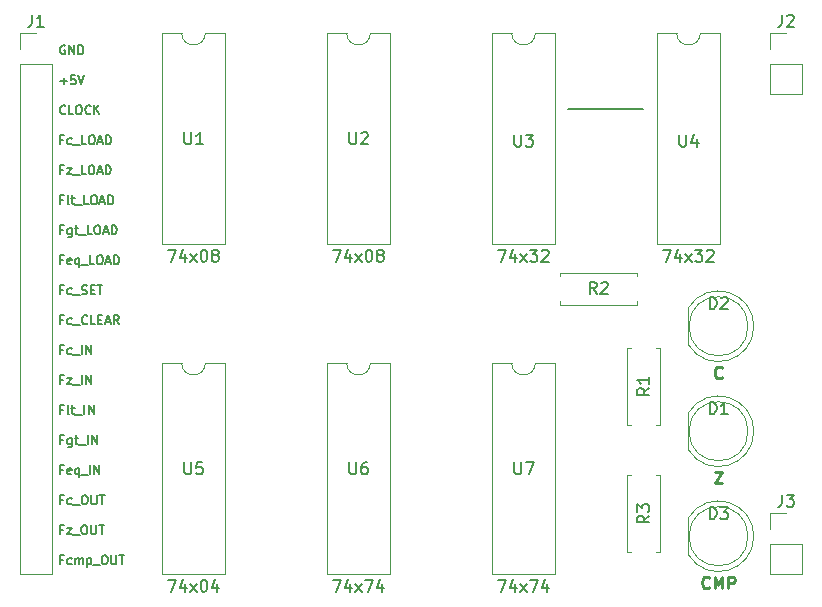
<source format=gto>
G04 #@! TF.GenerationSoftware,KiCad,Pcbnew,5.0.2+dfsg1-1*
G04 #@! TF.CreationDate,2019-07-29T21:30:37+02:00*
G04 #@! TF.ProjectId,Flags-Register,466c6167-732d-4526-9567-69737465722e,rev?*
G04 #@! TF.SameCoordinates,Original*
G04 #@! TF.FileFunction,Legend,Top*
G04 #@! TF.FilePolarity,Positive*
%FSLAX46Y46*%
G04 Gerber Fmt 4.6, Leading zero omitted, Abs format (unit mm)*
G04 Created by KiCad (PCBNEW 5.0.2+dfsg1-1) date ma 29 jul 2019 21:30:37 CEST*
%MOMM*%
%LPD*%
G01*
G04 APERTURE LIST*
%ADD10C,0.200000*%
%ADD11C,0.150000*%
%ADD12C,0.120000*%
%ADD13C,0.250000*%
G04 APERTURE END LIST*
D10*
X90805000Y-50800000D02*
X97155000Y-50800000D01*
D11*
X48024071Y-88973428D02*
X47774071Y-88973428D01*
X47774071Y-89366285D02*
X47774071Y-88616285D01*
X48131214Y-88616285D01*
X48738357Y-89330571D02*
X48666928Y-89366285D01*
X48524071Y-89366285D01*
X48452642Y-89330571D01*
X48416928Y-89294857D01*
X48381214Y-89223428D01*
X48381214Y-89009142D01*
X48416928Y-88937714D01*
X48452642Y-88902000D01*
X48524071Y-88866285D01*
X48666928Y-88866285D01*
X48738357Y-88902000D01*
X49059785Y-89366285D02*
X49059785Y-88866285D01*
X49059785Y-88937714D02*
X49095500Y-88902000D01*
X49166928Y-88866285D01*
X49274071Y-88866285D01*
X49345500Y-88902000D01*
X49381214Y-88973428D01*
X49381214Y-89366285D01*
X49381214Y-88973428D02*
X49416928Y-88902000D01*
X49488357Y-88866285D01*
X49595500Y-88866285D01*
X49666928Y-88902000D01*
X49702642Y-88973428D01*
X49702642Y-89366285D01*
X50059785Y-88866285D02*
X50059785Y-89616285D01*
X50059785Y-88902000D02*
X50131214Y-88866285D01*
X50274071Y-88866285D01*
X50345500Y-88902000D01*
X50381214Y-88937714D01*
X50416928Y-89009142D01*
X50416928Y-89223428D01*
X50381214Y-89294857D01*
X50345500Y-89330571D01*
X50274071Y-89366285D01*
X50131214Y-89366285D01*
X50059785Y-89330571D01*
X50559785Y-89437714D02*
X51131214Y-89437714D01*
X51452642Y-88616285D02*
X51595500Y-88616285D01*
X51666928Y-88652000D01*
X51738357Y-88723428D01*
X51774071Y-88866285D01*
X51774071Y-89116285D01*
X51738357Y-89259142D01*
X51666928Y-89330571D01*
X51595500Y-89366285D01*
X51452642Y-89366285D01*
X51381214Y-89330571D01*
X51309785Y-89259142D01*
X51274071Y-89116285D01*
X51274071Y-88866285D01*
X51309785Y-88723428D01*
X51381214Y-88652000D01*
X51452642Y-88616285D01*
X52095500Y-88616285D02*
X52095500Y-89223428D01*
X52131214Y-89294857D01*
X52166928Y-89330571D01*
X52238357Y-89366285D01*
X52381214Y-89366285D01*
X52452642Y-89330571D01*
X52488357Y-89294857D01*
X52524071Y-89223428D01*
X52524071Y-88616285D01*
X52774071Y-88616285D02*
X53202642Y-88616285D01*
X52988357Y-89366285D02*
X52988357Y-88616285D01*
X48024071Y-53413428D02*
X47774071Y-53413428D01*
X47774071Y-53806285D02*
X47774071Y-53056285D01*
X48131214Y-53056285D01*
X48738357Y-53770571D02*
X48666928Y-53806285D01*
X48524071Y-53806285D01*
X48452642Y-53770571D01*
X48416928Y-53734857D01*
X48381214Y-53663428D01*
X48381214Y-53449142D01*
X48416928Y-53377714D01*
X48452642Y-53342000D01*
X48524071Y-53306285D01*
X48666928Y-53306285D01*
X48738357Y-53342000D01*
X48881214Y-53877714D02*
X49452642Y-53877714D01*
X49988357Y-53806285D02*
X49631214Y-53806285D01*
X49631214Y-53056285D01*
X50381214Y-53056285D02*
X50524071Y-53056285D01*
X50595500Y-53092000D01*
X50666928Y-53163428D01*
X50702642Y-53306285D01*
X50702642Y-53556285D01*
X50666928Y-53699142D01*
X50595500Y-53770571D01*
X50524071Y-53806285D01*
X50381214Y-53806285D01*
X50309785Y-53770571D01*
X50238357Y-53699142D01*
X50202642Y-53556285D01*
X50202642Y-53306285D01*
X50238357Y-53163428D01*
X50309785Y-53092000D01*
X50381214Y-53056285D01*
X50988357Y-53592000D02*
X51345500Y-53592000D01*
X50916928Y-53806285D02*
X51166928Y-53056285D01*
X51416928Y-53806285D01*
X51666928Y-53806285D02*
X51666928Y-53056285D01*
X51845500Y-53056285D01*
X51952642Y-53092000D01*
X52024071Y-53163428D01*
X52059785Y-53234857D01*
X52095500Y-53377714D01*
X52095500Y-53484857D01*
X52059785Y-53627714D01*
X52024071Y-53699142D01*
X51952642Y-53770571D01*
X51845500Y-53806285D01*
X51666928Y-53806285D01*
X48166928Y-45472000D02*
X48095500Y-45436285D01*
X47988357Y-45436285D01*
X47881214Y-45472000D01*
X47809785Y-45543428D01*
X47774071Y-45614857D01*
X47738357Y-45757714D01*
X47738357Y-45864857D01*
X47774071Y-46007714D01*
X47809785Y-46079142D01*
X47881214Y-46150571D01*
X47988357Y-46186285D01*
X48059785Y-46186285D01*
X48166928Y-46150571D01*
X48202642Y-46114857D01*
X48202642Y-45864857D01*
X48059785Y-45864857D01*
X48524071Y-46186285D02*
X48524071Y-45436285D01*
X48952642Y-46186285D01*
X48952642Y-45436285D01*
X49309785Y-46186285D02*
X49309785Y-45436285D01*
X49488357Y-45436285D01*
X49595500Y-45472000D01*
X49666928Y-45543428D01*
X49702642Y-45614857D01*
X49738357Y-45757714D01*
X49738357Y-45864857D01*
X49702642Y-46007714D01*
X49666928Y-46079142D01*
X49595500Y-46150571D01*
X49488357Y-46186285D01*
X49309785Y-46186285D01*
X47774071Y-48440571D02*
X48345500Y-48440571D01*
X48059785Y-48726285D02*
X48059785Y-48154857D01*
X49059785Y-47976285D02*
X48702642Y-47976285D01*
X48666928Y-48333428D01*
X48702642Y-48297714D01*
X48774071Y-48262000D01*
X48952642Y-48262000D01*
X49024071Y-48297714D01*
X49059785Y-48333428D01*
X49095500Y-48404857D01*
X49095500Y-48583428D01*
X49059785Y-48654857D01*
X49024071Y-48690571D01*
X48952642Y-48726285D01*
X48774071Y-48726285D01*
X48702642Y-48690571D01*
X48666928Y-48654857D01*
X49309785Y-47976285D02*
X49559785Y-48726285D01*
X49809785Y-47976285D01*
X48024071Y-86433428D02*
X47774071Y-86433428D01*
X47774071Y-86826285D02*
X47774071Y-86076285D01*
X48131214Y-86076285D01*
X48345500Y-86326285D02*
X48738357Y-86326285D01*
X48345500Y-86826285D01*
X48738357Y-86826285D01*
X48845500Y-86897714D02*
X49416928Y-86897714D01*
X49738357Y-86076285D02*
X49881214Y-86076285D01*
X49952642Y-86112000D01*
X50024071Y-86183428D01*
X50059785Y-86326285D01*
X50059785Y-86576285D01*
X50024071Y-86719142D01*
X49952642Y-86790571D01*
X49881214Y-86826285D01*
X49738357Y-86826285D01*
X49666928Y-86790571D01*
X49595500Y-86719142D01*
X49559785Y-86576285D01*
X49559785Y-86326285D01*
X49595500Y-86183428D01*
X49666928Y-86112000D01*
X49738357Y-86076285D01*
X50381214Y-86076285D02*
X50381214Y-86683428D01*
X50416928Y-86754857D01*
X50452642Y-86790571D01*
X50524071Y-86826285D01*
X50666928Y-86826285D01*
X50738357Y-86790571D01*
X50774071Y-86754857D01*
X50809785Y-86683428D01*
X50809785Y-86076285D01*
X51059785Y-86076285D02*
X51488357Y-86076285D01*
X51274071Y-86826285D02*
X51274071Y-86076285D01*
X48024071Y-83893428D02*
X47774071Y-83893428D01*
X47774071Y-84286285D02*
X47774071Y-83536285D01*
X48131214Y-83536285D01*
X48738357Y-84250571D02*
X48666928Y-84286285D01*
X48524071Y-84286285D01*
X48452642Y-84250571D01*
X48416928Y-84214857D01*
X48381214Y-84143428D01*
X48381214Y-83929142D01*
X48416928Y-83857714D01*
X48452642Y-83822000D01*
X48524071Y-83786285D01*
X48666928Y-83786285D01*
X48738357Y-83822000D01*
X48881214Y-84357714D02*
X49452642Y-84357714D01*
X49774071Y-83536285D02*
X49916928Y-83536285D01*
X49988357Y-83572000D01*
X50059785Y-83643428D01*
X50095500Y-83786285D01*
X50095500Y-84036285D01*
X50059785Y-84179142D01*
X49988357Y-84250571D01*
X49916928Y-84286285D01*
X49774071Y-84286285D01*
X49702642Y-84250571D01*
X49631214Y-84179142D01*
X49595500Y-84036285D01*
X49595500Y-83786285D01*
X49631214Y-83643428D01*
X49702642Y-83572000D01*
X49774071Y-83536285D01*
X50416928Y-83536285D02*
X50416928Y-84143428D01*
X50452642Y-84214857D01*
X50488357Y-84250571D01*
X50559785Y-84286285D01*
X50702642Y-84286285D01*
X50774071Y-84250571D01*
X50809785Y-84214857D01*
X50845500Y-84143428D01*
X50845500Y-83536285D01*
X51095500Y-83536285D02*
X51524071Y-83536285D01*
X51309785Y-84286285D02*
X51309785Y-83536285D01*
X48024071Y-81353428D02*
X47774071Y-81353428D01*
X47774071Y-81746285D02*
X47774071Y-80996285D01*
X48131214Y-80996285D01*
X48702642Y-81710571D02*
X48631214Y-81746285D01*
X48488357Y-81746285D01*
X48416928Y-81710571D01*
X48381214Y-81639142D01*
X48381214Y-81353428D01*
X48416928Y-81282000D01*
X48488357Y-81246285D01*
X48631214Y-81246285D01*
X48702642Y-81282000D01*
X48738357Y-81353428D01*
X48738357Y-81424857D01*
X48381214Y-81496285D01*
X49381214Y-81246285D02*
X49381214Y-81996285D01*
X49381214Y-81710571D02*
X49309785Y-81746285D01*
X49166928Y-81746285D01*
X49095500Y-81710571D01*
X49059785Y-81674857D01*
X49024071Y-81603428D01*
X49024071Y-81389142D01*
X49059785Y-81317714D01*
X49095500Y-81282000D01*
X49166928Y-81246285D01*
X49309785Y-81246285D01*
X49381214Y-81282000D01*
X49559785Y-81817714D02*
X50131214Y-81817714D01*
X50309785Y-81746285D02*
X50309785Y-80996285D01*
X50666928Y-81746285D02*
X50666928Y-80996285D01*
X51095500Y-81746285D01*
X51095500Y-80996285D01*
X48024071Y-78813428D02*
X47774071Y-78813428D01*
X47774071Y-79206285D02*
X47774071Y-78456285D01*
X48131214Y-78456285D01*
X48738357Y-78706285D02*
X48738357Y-79313428D01*
X48702642Y-79384857D01*
X48666928Y-79420571D01*
X48595500Y-79456285D01*
X48488357Y-79456285D01*
X48416928Y-79420571D01*
X48738357Y-79170571D02*
X48666928Y-79206285D01*
X48524071Y-79206285D01*
X48452642Y-79170571D01*
X48416928Y-79134857D01*
X48381214Y-79063428D01*
X48381214Y-78849142D01*
X48416928Y-78777714D01*
X48452642Y-78742000D01*
X48524071Y-78706285D01*
X48666928Y-78706285D01*
X48738357Y-78742000D01*
X48988357Y-78706285D02*
X49274071Y-78706285D01*
X49095500Y-78456285D02*
X49095500Y-79099142D01*
X49131214Y-79170571D01*
X49202642Y-79206285D01*
X49274071Y-79206285D01*
X49345500Y-79277714D02*
X49916928Y-79277714D01*
X50095500Y-79206285D02*
X50095500Y-78456285D01*
X50452642Y-79206285D02*
X50452642Y-78456285D01*
X50881214Y-79206285D01*
X50881214Y-78456285D01*
X48024071Y-76273428D02*
X47774071Y-76273428D01*
X47774071Y-76666285D02*
X47774071Y-75916285D01*
X48131214Y-75916285D01*
X48524071Y-76666285D02*
X48452642Y-76630571D01*
X48416928Y-76559142D01*
X48416928Y-75916285D01*
X48702642Y-76166285D02*
X48988357Y-76166285D01*
X48809785Y-75916285D02*
X48809785Y-76559142D01*
X48845500Y-76630571D01*
X48916928Y-76666285D01*
X48988357Y-76666285D01*
X49059785Y-76737714D02*
X49631214Y-76737714D01*
X49809785Y-76666285D02*
X49809785Y-75916285D01*
X50166928Y-76666285D02*
X50166928Y-75916285D01*
X50595500Y-76666285D01*
X50595500Y-75916285D01*
X48024071Y-73733428D02*
X47774071Y-73733428D01*
X47774071Y-74126285D02*
X47774071Y-73376285D01*
X48131214Y-73376285D01*
X48345500Y-73626285D02*
X48738357Y-73626285D01*
X48345500Y-74126285D01*
X48738357Y-74126285D01*
X48845500Y-74197714D02*
X49416928Y-74197714D01*
X49595500Y-74126285D02*
X49595500Y-73376285D01*
X49952642Y-74126285D02*
X49952642Y-73376285D01*
X50381214Y-74126285D01*
X50381214Y-73376285D01*
X48024071Y-71193428D02*
X47774071Y-71193428D01*
X47774071Y-71586285D02*
X47774071Y-70836285D01*
X48131214Y-70836285D01*
X48738357Y-71550571D02*
X48666928Y-71586285D01*
X48524071Y-71586285D01*
X48452642Y-71550571D01*
X48416928Y-71514857D01*
X48381214Y-71443428D01*
X48381214Y-71229142D01*
X48416928Y-71157714D01*
X48452642Y-71122000D01*
X48524071Y-71086285D01*
X48666928Y-71086285D01*
X48738357Y-71122000D01*
X48881214Y-71657714D02*
X49452642Y-71657714D01*
X49631214Y-71586285D02*
X49631214Y-70836285D01*
X49988357Y-71586285D02*
X49988357Y-70836285D01*
X50416928Y-71586285D01*
X50416928Y-70836285D01*
X48024071Y-68653428D02*
X47774071Y-68653428D01*
X47774071Y-69046285D02*
X47774071Y-68296285D01*
X48131214Y-68296285D01*
X48738357Y-69010571D02*
X48666928Y-69046285D01*
X48524071Y-69046285D01*
X48452642Y-69010571D01*
X48416928Y-68974857D01*
X48381214Y-68903428D01*
X48381214Y-68689142D01*
X48416928Y-68617714D01*
X48452642Y-68582000D01*
X48524071Y-68546285D01*
X48666928Y-68546285D01*
X48738357Y-68582000D01*
X48881214Y-69117714D02*
X49452642Y-69117714D01*
X50059785Y-68974857D02*
X50024071Y-69010571D01*
X49916928Y-69046285D01*
X49845500Y-69046285D01*
X49738357Y-69010571D01*
X49666928Y-68939142D01*
X49631214Y-68867714D01*
X49595500Y-68724857D01*
X49595500Y-68617714D01*
X49631214Y-68474857D01*
X49666928Y-68403428D01*
X49738357Y-68332000D01*
X49845500Y-68296285D01*
X49916928Y-68296285D01*
X50024071Y-68332000D01*
X50059785Y-68367714D01*
X50738357Y-69046285D02*
X50381214Y-69046285D01*
X50381214Y-68296285D01*
X50988357Y-68653428D02*
X51238357Y-68653428D01*
X51345500Y-69046285D02*
X50988357Y-69046285D01*
X50988357Y-68296285D01*
X51345500Y-68296285D01*
X51631214Y-68832000D02*
X51988357Y-68832000D01*
X51559785Y-69046285D02*
X51809785Y-68296285D01*
X52059785Y-69046285D01*
X52738357Y-69046285D02*
X52488357Y-68689142D01*
X52309785Y-69046285D02*
X52309785Y-68296285D01*
X52595500Y-68296285D01*
X52666928Y-68332000D01*
X52702642Y-68367714D01*
X52738357Y-68439142D01*
X52738357Y-68546285D01*
X52702642Y-68617714D01*
X52666928Y-68653428D01*
X52595500Y-68689142D01*
X52309785Y-68689142D01*
X48202642Y-51194857D02*
X48166928Y-51230571D01*
X48059785Y-51266285D01*
X47988357Y-51266285D01*
X47881214Y-51230571D01*
X47809785Y-51159142D01*
X47774071Y-51087714D01*
X47738357Y-50944857D01*
X47738357Y-50837714D01*
X47774071Y-50694857D01*
X47809785Y-50623428D01*
X47881214Y-50552000D01*
X47988357Y-50516285D01*
X48059785Y-50516285D01*
X48166928Y-50552000D01*
X48202642Y-50587714D01*
X48881214Y-51266285D02*
X48524071Y-51266285D01*
X48524071Y-50516285D01*
X49274071Y-50516285D02*
X49416928Y-50516285D01*
X49488357Y-50552000D01*
X49559785Y-50623428D01*
X49595500Y-50766285D01*
X49595500Y-51016285D01*
X49559785Y-51159142D01*
X49488357Y-51230571D01*
X49416928Y-51266285D01*
X49274071Y-51266285D01*
X49202642Y-51230571D01*
X49131214Y-51159142D01*
X49095500Y-51016285D01*
X49095500Y-50766285D01*
X49131214Y-50623428D01*
X49202642Y-50552000D01*
X49274071Y-50516285D01*
X50345500Y-51194857D02*
X50309785Y-51230571D01*
X50202642Y-51266285D01*
X50131214Y-51266285D01*
X50024071Y-51230571D01*
X49952642Y-51159142D01*
X49916928Y-51087714D01*
X49881214Y-50944857D01*
X49881214Y-50837714D01*
X49916928Y-50694857D01*
X49952642Y-50623428D01*
X50024071Y-50552000D01*
X50131214Y-50516285D01*
X50202642Y-50516285D01*
X50309785Y-50552000D01*
X50345500Y-50587714D01*
X50666928Y-51266285D02*
X50666928Y-50516285D01*
X51095500Y-51266285D02*
X50774071Y-50837714D01*
X51095500Y-50516285D02*
X50666928Y-50944857D01*
X48024071Y-55953428D02*
X47774071Y-55953428D01*
X47774071Y-56346285D02*
X47774071Y-55596285D01*
X48131214Y-55596285D01*
X48345500Y-55846285D02*
X48738357Y-55846285D01*
X48345500Y-56346285D01*
X48738357Y-56346285D01*
X48845500Y-56417714D02*
X49416928Y-56417714D01*
X49952642Y-56346285D02*
X49595500Y-56346285D01*
X49595500Y-55596285D01*
X50345500Y-55596285D02*
X50488357Y-55596285D01*
X50559785Y-55632000D01*
X50631214Y-55703428D01*
X50666928Y-55846285D01*
X50666928Y-56096285D01*
X50631214Y-56239142D01*
X50559785Y-56310571D01*
X50488357Y-56346285D01*
X50345500Y-56346285D01*
X50274071Y-56310571D01*
X50202642Y-56239142D01*
X50166928Y-56096285D01*
X50166928Y-55846285D01*
X50202642Y-55703428D01*
X50274071Y-55632000D01*
X50345500Y-55596285D01*
X50952642Y-56132000D02*
X51309785Y-56132000D01*
X50881214Y-56346285D02*
X51131214Y-55596285D01*
X51381214Y-56346285D01*
X51631214Y-56346285D02*
X51631214Y-55596285D01*
X51809785Y-55596285D01*
X51916928Y-55632000D01*
X51988357Y-55703428D01*
X52024071Y-55774857D01*
X52059785Y-55917714D01*
X52059785Y-56024857D01*
X52024071Y-56167714D01*
X51988357Y-56239142D01*
X51916928Y-56310571D01*
X51809785Y-56346285D01*
X51631214Y-56346285D01*
X48024071Y-58493428D02*
X47774071Y-58493428D01*
X47774071Y-58886285D02*
X47774071Y-58136285D01*
X48131214Y-58136285D01*
X48524071Y-58886285D02*
X48452642Y-58850571D01*
X48416928Y-58779142D01*
X48416928Y-58136285D01*
X48702642Y-58386285D02*
X48988357Y-58386285D01*
X48809785Y-58136285D02*
X48809785Y-58779142D01*
X48845500Y-58850571D01*
X48916928Y-58886285D01*
X48988357Y-58886285D01*
X49059785Y-58957714D02*
X49631214Y-58957714D01*
X50166928Y-58886285D02*
X49809785Y-58886285D01*
X49809785Y-58136285D01*
X50559785Y-58136285D02*
X50702642Y-58136285D01*
X50774071Y-58172000D01*
X50845500Y-58243428D01*
X50881214Y-58386285D01*
X50881214Y-58636285D01*
X50845500Y-58779142D01*
X50774071Y-58850571D01*
X50702642Y-58886285D01*
X50559785Y-58886285D01*
X50488357Y-58850571D01*
X50416928Y-58779142D01*
X50381214Y-58636285D01*
X50381214Y-58386285D01*
X50416928Y-58243428D01*
X50488357Y-58172000D01*
X50559785Y-58136285D01*
X51166928Y-58672000D02*
X51524071Y-58672000D01*
X51095500Y-58886285D02*
X51345500Y-58136285D01*
X51595500Y-58886285D01*
X51845500Y-58886285D02*
X51845500Y-58136285D01*
X52024071Y-58136285D01*
X52131214Y-58172000D01*
X52202642Y-58243428D01*
X52238357Y-58314857D01*
X52274071Y-58457714D01*
X52274071Y-58564857D01*
X52238357Y-58707714D01*
X52202642Y-58779142D01*
X52131214Y-58850571D01*
X52024071Y-58886285D01*
X51845500Y-58886285D01*
X48024071Y-61033428D02*
X47774071Y-61033428D01*
X47774071Y-61426285D02*
X47774071Y-60676285D01*
X48131214Y-60676285D01*
X48738357Y-60926285D02*
X48738357Y-61533428D01*
X48702642Y-61604857D01*
X48666928Y-61640571D01*
X48595500Y-61676285D01*
X48488357Y-61676285D01*
X48416928Y-61640571D01*
X48738357Y-61390571D02*
X48666928Y-61426285D01*
X48524071Y-61426285D01*
X48452642Y-61390571D01*
X48416928Y-61354857D01*
X48381214Y-61283428D01*
X48381214Y-61069142D01*
X48416928Y-60997714D01*
X48452642Y-60962000D01*
X48524071Y-60926285D01*
X48666928Y-60926285D01*
X48738357Y-60962000D01*
X48988357Y-60926285D02*
X49274071Y-60926285D01*
X49095500Y-60676285D02*
X49095500Y-61319142D01*
X49131214Y-61390571D01*
X49202642Y-61426285D01*
X49274071Y-61426285D01*
X49345500Y-61497714D02*
X49916928Y-61497714D01*
X50452642Y-61426285D02*
X50095500Y-61426285D01*
X50095500Y-60676285D01*
X50845500Y-60676285D02*
X50988357Y-60676285D01*
X51059785Y-60712000D01*
X51131214Y-60783428D01*
X51166928Y-60926285D01*
X51166928Y-61176285D01*
X51131214Y-61319142D01*
X51059785Y-61390571D01*
X50988357Y-61426285D01*
X50845500Y-61426285D01*
X50774071Y-61390571D01*
X50702642Y-61319142D01*
X50666928Y-61176285D01*
X50666928Y-60926285D01*
X50702642Y-60783428D01*
X50774071Y-60712000D01*
X50845500Y-60676285D01*
X51452642Y-61212000D02*
X51809785Y-61212000D01*
X51381214Y-61426285D02*
X51631214Y-60676285D01*
X51881214Y-61426285D01*
X52131214Y-61426285D02*
X52131214Y-60676285D01*
X52309785Y-60676285D01*
X52416928Y-60712000D01*
X52488357Y-60783428D01*
X52524071Y-60854857D01*
X52559785Y-60997714D01*
X52559785Y-61104857D01*
X52524071Y-61247714D01*
X52488357Y-61319142D01*
X52416928Y-61390571D01*
X52309785Y-61426285D01*
X52131214Y-61426285D01*
X48024071Y-63573428D02*
X47774071Y-63573428D01*
X47774071Y-63966285D02*
X47774071Y-63216285D01*
X48131214Y-63216285D01*
X48702642Y-63930571D02*
X48631214Y-63966285D01*
X48488357Y-63966285D01*
X48416928Y-63930571D01*
X48381214Y-63859142D01*
X48381214Y-63573428D01*
X48416928Y-63502000D01*
X48488357Y-63466285D01*
X48631214Y-63466285D01*
X48702642Y-63502000D01*
X48738357Y-63573428D01*
X48738357Y-63644857D01*
X48381214Y-63716285D01*
X49381214Y-63466285D02*
X49381214Y-64216285D01*
X49381214Y-63930571D02*
X49309785Y-63966285D01*
X49166928Y-63966285D01*
X49095500Y-63930571D01*
X49059785Y-63894857D01*
X49024071Y-63823428D01*
X49024071Y-63609142D01*
X49059785Y-63537714D01*
X49095500Y-63502000D01*
X49166928Y-63466285D01*
X49309785Y-63466285D01*
X49381214Y-63502000D01*
X49559785Y-64037714D02*
X50131214Y-64037714D01*
X50666928Y-63966285D02*
X50309785Y-63966285D01*
X50309785Y-63216285D01*
X51059785Y-63216285D02*
X51202642Y-63216285D01*
X51274071Y-63252000D01*
X51345500Y-63323428D01*
X51381214Y-63466285D01*
X51381214Y-63716285D01*
X51345500Y-63859142D01*
X51274071Y-63930571D01*
X51202642Y-63966285D01*
X51059785Y-63966285D01*
X50988357Y-63930571D01*
X50916928Y-63859142D01*
X50881214Y-63716285D01*
X50881214Y-63466285D01*
X50916928Y-63323428D01*
X50988357Y-63252000D01*
X51059785Y-63216285D01*
X51666928Y-63752000D02*
X52024071Y-63752000D01*
X51595500Y-63966285D02*
X51845500Y-63216285D01*
X52095500Y-63966285D01*
X52345500Y-63966285D02*
X52345500Y-63216285D01*
X52524071Y-63216285D01*
X52631214Y-63252000D01*
X52702642Y-63323428D01*
X52738357Y-63394857D01*
X52774071Y-63537714D01*
X52774071Y-63644857D01*
X52738357Y-63787714D01*
X52702642Y-63859142D01*
X52631214Y-63930571D01*
X52524071Y-63966285D01*
X52345500Y-63966285D01*
X48024071Y-66113428D02*
X47774071Y-66113428D01*
X47774071Y-66506285D02*
X47774071Y-65756285D01*
X48131214Y-65756285D01*
X48738357Y-66470571D02*
X48666928Y-66506285D01*
X48524071Y-66506285D01*
X48452642Y-66470571D01*
X48416928Y-66434857D01*
X48381214Y-66363428D01*
X48381214Y-66149142D01*
X48416928Y-66077714D01*
X48452642Y-66042000D01*
X48524071Y-66006285D01*
X48666928Y-66006285D01*
X48738357Y-66042000D01*
X48881214Y-66577714D02*
X49452642Y-66577714D01*
X49595500Y-66470571D02*
X49702642Y-66506285D01*
X49881214Y-66506285D01*
X49952642Y-66470571D01*
X49988357Y-66434857D01*
X50024071Y-66363428D01*
X50024071Y-66292000D01*
X49988357Y-66220571D01*
X49952642Y-66184857D01*
X49881214Y-66149142D01*
X49738357Y-66113428D01*
X49666928Y-66077714D01*
X49631214Y-66042000D01*
X49595500Y-65970571D01*
X49595500Y-65899142D01*
X49631214Y-65827714D01*
X49666928Y-65792000D01*
X49738357Y-65756285D01*
X49916928Y-65756285D01*
X50024071Y-65792000D01*
X50345500Y-66113428D02*
X50595500Y-66113428D01*
X50702642Y-66506285D02*
X50345500Y-66506285D01*
X50345500Y-65756285D01*
X50702642Y-65756285D01*
X50916928Y-65756285D02*
X51345500Y-65756285D01*
X51131214Y-66506285D02*
X51131214Y-65756285D01*
D12*
G04 #@! TO.C,J2*
X107890000Y-44390000D02*
X109220000Y-44390000D01*
X107890000Y-45720000D02*
X107890000Y-44390000D01*
X107890000Y-46990000D02*
X110550000Y-46990000D01*
X110550000Y-46990000D02*
X110550000Y-49590000D01*
X107890000Y-46990000D02*
X107890000Y-49590000D01*
X107890000Y-49590000D02*
X110550000Y-49590000D01*
G04 #@! TO.C,J3*
X107890000Y-90230000D02*
X110550000Y-90230000D01*
X107890000Y-87630000D02*
X107890000Y-90230000D01*
X110550000Y-87630000D02*
X110550000Y-90230000D01*
X107890000Y-87630000D02*
X110550000Y-87630000D01*
X107890000Y-86360000D02*
X107890000Y-85030000D01*
X107890000Y-85030000D02*
X109220000Y-85030000D01*
G04 #@! TO.C,J1*
X44390000Y-90230000D02*
X47050000Y-90230000D01*
X44390000Y-46990000D02*
X44390000Y-90230000D01*
X47050000Y-46990000D02*
X47050000Y-90230000D01*
X44390000Y-46990000D02*
X47050000Y-46990000D01*
X44390000Y-45720000D02*
X44390000Y-44390000D01*
X44390000Y-44390000D02*
X45720000Y-44390000D01*
G04 #@! TO.C,D3*
X106495000Y-86995462D02*
G75*
G03X100945000Y-85450170I-2990000J462D01*
G01*
X106495000Y-86994538D02*
G75*
G02X100945000Y-88539830I-2990000J-462D01*
G01*
X106005000Y-86995000D02*
G75*
G03X106005000Y-86995000I-2500000J0D01*
G01*
X100945000Y-85450000D02*
X100945000Y-88540000D01*
G04 #@! TO.C,D2*
X100945000Y-67670000D02*
X100945000Y-70760000D01*
X106005000Y-69215000D02*
G75*
G03X106005000Y-69215000I-2500000J0D01*
G01*
X106495000Y-69214538D02*
G75*
G02X100945000Y-70759830I-2990000J-462D01*
G01*
X106495000Y-69215462D02*
G75*
G03X100945000Y-67670170I-2990000J462D01*
G01*
G04 #@! TO.C,D1*
X106495000Y-78105462D02*
G75*
G03X100945000Y-76560170I-2990000J462D01*
G01*
X106495000Y-78104538D02*
G75*
G02X100945000Y-79649830I-2990000J-462D01*
G01*
X106005000Y-78105000D02*
G75*
G03X106005000Y-78105000I-2500000J0D01*
G01*
X100945000Y-76560000D02*
X100945000Y-79650000D01*
G04 #@! TO.C,U7*
X89645000Y-72330000D02*
X87995000Y-72330000D01*
X89645000Y-90230000D02*
X89645000Y-72330000D01*
X84345000Y-90230000D02*
X89645000Y-90230000D01*
X84345000Y-72330000D02*
X84345000Y-90230000D01*
X85995000Y-72330000D02*
X84345000Y-72330000D01*
X87995000Y-72330000D02*
G75*
G02X85995000Y-72330000I-1000000J0D01*
G01*
G04 #@! TO.C,U6*
X74025000Y-72330000D02*
G75*
G02X72025000Y-72330000I-1000000J0D01*
G01*
X72025000Y-72330000D02*
X70375000Y-72330000D01*
X70375000Y-72330000D02*
X70375000Y-90230000D01*
X70375000Y-90230000D02*
X75675000Y-90230000D01*
X75675000Y-90230000D02*
X75675000Y-72330000D01*
X75675000Y-72330000D02*
X74025000Y-72330000D01*
G04 #@! TO.C,U5*
X61705000Y-72330000D02*
X60055000Y-72330000D01*
X61705000Y-90230000D02*
X61705000Y-72330000D01*
X56405000Y-90230000D02*
X61705000Y-90230000D01*
X56405000Y-72330000D02*
X56405000Y-90230000D01*
X58055000Y-72330000D02*
X56405000Y-72330000D01*
X60055000Y-72330000D02*
G75*
G02X58055000Y-72330000I-1000000J0D01*
G01*
G04 #@! TO.C,U4*
X101965000Y-44390000D02*
G75*
G02X99965000Y-44390000I-1000000J0D01*
G01*
X99965000Y-44390000D02*
X98315000Y-44390000D01*
X98315000Y-44390000D02*
X98315000Y-62290000D01*
X98315000Y-62290000D02*
X103615000Y-62290000D01*
X103615000Y-62290000D02*
X103615000Y-44390000D01*
X103615000Y-44390000D02*
X101965000Y-44390000D01*
G04 #@! TO.C,U3*
X89645000Y-44390000D02*
X87995000Y-44390000D01*
X89645000Y-62290000D02*
X89645000Y-44390000D01*
X84345000Y-62290000D02*
X89645000Y-62290000D01*
X84345000Y-44390000D02*
X84345000Y-62290000D01*
X85995000Y-44390000D02*
X84345000Y-44390000D01*
X87995000Y-44390000D02*
G75*
G02X85995000Y-44390000I-1000000J0D01*
G01*
G04 #@! TO.C,U2*
X74025000Y-44390000D02*
G75*
G02X72025000Y-44390000I-1000000J0D01*
G01*
X72025000Y-44390000D02*
X70375000Y-44390000D01*
X70375000Y-44390000D02*
X70375000Y-62290000D01*
X70375000Y-62290000D02*
X75675000Y-62290000D01*
X75675000Y-62290000D02*
X75675000Y-44390000D01*
X75675000Y-44390000D02*
X74025000Y-44390000D01*
G04 #@! TO.C,U1*
X61705000Y-44390000D02*
X60055000Y-44390000D01*
X61705000Y-62290000D02*
X61705000Y-44390000D01*
X56405000Y-62290000D02*
X61705000Y-62290000D01*
X56405000Y-44390000D02*
X56405000Y-62290000D01*
X58055000Y-44390000D02*
X56405000Y-44390000D01*
X60055000Y-44390000D02*
G75*
G02X58055000Y-44390000I-1000000J0D01*
G01*
G04 #@! TO.C,R3*
X96115000Y-88360000D02*
X95785000Y-88360000D01*
X95785000Y-88360000D02*
X95785000Y-81820000D01*
X95785000Y-81820000D02*
X96115000Y-81820000D01*
X98195000Y-88360000D02*
X98525000Y-88360000D01*
X98525000Y-88360000D02*
X98525000Y-81820000D01*
X98525000Y-81820000D02*
X98195000Y-81820000D01*
G04 #@! TO.C,R2*
X90075000Y-64670000D02*
X90075000Y-65000000D01*
X96615000Y-64670000D02*
X90075000Y-64670000D01*
X96615000Y-65000000D02*
X96615000Y-64670000D01*
X90075000Y-67410000D02*
X90075000Y-67080000D01*
X96615000Y-67410000D02*
X90075000Y-67410000D01*
X96615000Y-67080000D02*
X96615000Y-67410000D01*
G04 #@! TO.C,R1*
X96115000Y-77565000D02*
X95785000Y-77565000D01*
X95785000Y-77565000D02*
X95785000Y-71025000D01*
X95785000Y-71025000D02*
X96115000Y-71025000D01*
X98195000Y-77565000D02*
X98525000Y-77565000D01*
X98525000Y-77565000D02*
X98525000Y-71025000D01*
X98525000Y-71025000D02*
X98195000Y-71025000D01*
G04 #@! TO.C,J2*
D11*
X108886666Y-42842380D02*
X108886666Y-43556666D01*
X108839047Y-43699523D01*
X108743809Y-43794761D01*
X108600952Y-43842380D01*
X108505714Y-43842380D01*
X109315238Y-42937619D02*
X109362857Y-42890000D01*
X109458095Y-42842380D01*
X109696190Y-42842380D01*
X109791428Y-42890000D01*
X109839047Y-42937619D01*
X109886666Y-43032857D01*
X109886666Y-43128095D01*
X109839047Y-43270952D01*
X109267619Y-43842380D01*
X109886666Y-43842380D01*
G04 #@! TO.C,J3*
X108886666Y-83482380D02*
X108886666Y-84196666D01*
X108839047Y-84339523D01*
X108743809Y-84434761D01*
X108600952Y-84482380D01*
X108505714Y-84482380D01*
X109267619Y-83482380D02*
X109886666Y-83482380D01*
X109553333Y-83863333D01*
X109696190Y-83863333D01*
X109791428Y-83910952D01*
X109839047Y-83958571D01*
X109886666Y-84053809D01*
X109886666Y-84291904D01*
X109839047Y-84387142D01*
X109791428Y-84434761D01*
X109696190Y-84482380D01*
X109410476Y-84482380D01*
X109315238Y-84434761D01*
X109267619Y-84387142D01*
G04 #@! TO.C,J1*
X45386666Y-42842380D02*
X45386666Y-43556666D01*
X45339047Y-43699523D01*
X45243809Y-43794761D01*
X45100952Y-43842380D01*
X45005714Y-43842380D01*
X46386666Y-43842380D02*
X45815238Y-43842380D01*
X46100952Y-43842380D02*
X46100952Y-42842380D01*
X46005714Y-42985238D01*
X45910476Y-43080476D01*
X45815238Y-43128095D01*
G04 #@! TO.C,D3*
X102766904Y-85542380D02*
X102766904Y-84542380D01*
X103005000Y-84542380D01*
X103147857Y-84590000D01*
X103243095Y-84685238D01*
X103290714Y-84780476D01*
X103338333Y-84970952D01*
X103338333Y-85113809D01*
X103290714Y-85304285D01*
X103243095Y-85399523D01*
X103147857Y-85494761D01*
X103005000Y-85542380D01*
X102766904Y-85542380D01*
X103671666Y-84542380D02*
X104290714Y-84542380D01*
X103957380Y-84923333D01*
X104100238Y-84923333D01*
X104195476Y-84970952D01*
X104243095Y-85018571D01*
X104290714Y-85113809D01*
X104290714Y-85351904D01*
X104243095Y-85447142D01*
X104195476Y-85494761D01*
X104100238Y-85542380D01*
X103814523Y-85542380D01*
X103719285Y-85494761D01*
X103671666Y-85447142D01*
D13*
X102743095Y-91312142D02*
X102695476Y-91359761D01*
X102552619Y-91407380D01*
X102457380Y-91407380D01*
X102314523Y-91359761D01*
X102219285Y-91264523D01*
X102171666Y-91169285D01*
X102124047Y-90978809D01*
X102124047Y-90835952D01*
X102171666Y-90645476D01*
X102219285Y-90550238D01*
X102314523Y-90455000D01*
X102457380Y-90407380D01*
X102552619Y-90407380D01*
X102695476Y-90455000D01*
X102743095Y-90502619D01*
X103171666Y-91407380D02*
X103171666Y-90407380D01*
X103505000Y-91121666D01*
X103838333Y-90407380D01*
X103838333Y-91407380D01*
X104314523Y-91407380D02*
X104314523Y-90407380D01*
X104695476Y-90407380D01*
X104790714Y-90455000D01*
X104838333Y-90502619D01*
X104885952Y-90597857D01*
X104885952Y-90740714D01*
X104838333Y-90835952D01*
X104790714Y-90883571D01*
X104695476Y-90931190D01*
X104314523Y-90931190D01*
G04 #@! TO.C,D2*
D11*
X102766904Y-67762380D02*
X102766904Y-66762380D01*
X103005000Y-66762380D01*
X103147857Y-66810000D01*
X103243095Y-66905238D01*
X103290714Y-67000476D01*
X103338333Y-67190952D01*
X103338333Y-67333809D01*
X103290714Y-67524285D01*
X103243095Y-67619523D01*
X103147857Y-67714761D01*
X103005000Y-67762380D01*
X102766904Y-67762380D01*
X103719285Y-66857619D02*
X103766904Y-66810000D01*
X103862142Y-66762380D01*
X104100238Y-66762380D01*
X104195476Y-66810000D01*
X104243095Y-66857619D01*
X104290714Y-66952857D01*
X104290714Y-67048095D01*
X104243095Y-67190952D01*
X103671666Y-67762380D01*
X104290714Y-67762380D01*
D13*
X103814523Y-73532142D02*
X103766904Y-73579761D01*
X103624047Y-73627380D01*
X103528809Y-73627380D01*
X103385952Y-73579761D01*
X103290714Y-73484523D01*
X103243095Y-73389285D01*
X103195476Y-73198809D01*
X103195476Y-73055952D01*
X103243095Y-72865476D01*
X103290714Y-72770238D01*
X103385952Y-72675000D01*
X103528809Y-72627380D01*
X103624047Y-72627380D01*
X103766904Y-72675000D01*
X103814523Y-72722619D01*
G04 #@! TO.C,D1*
D11*
X102766904Y-76652380D02*
X102766904Y-75652380D01*
X103005000Y-75652380D01*
X103147857Y-75700000D01*
X103243095Y-75795238D01*
X103290714Y-75890476D01*
X103338333Y-76080952D01*
X103338333Y-76223809D01*
X103290714Y-76414285D01*
X103243095Y-76509523D01*
X103147857Y-76604761D01*
X103005000Y-76652380D01*
X102766904Y-76652380D01*
X104290714Y-76652380D02*
X103719285Y-76652380D01*
X104005000Y-76652380D02*
X104005000Y-75652380D01*
X103909761Y-75795238D01*
X103814523Y-75890476D01*
X103719285Y-75938095D01*
D13*
X103171666Y-81517380D02*
X103838333Y-81517380D01*
X103171666Y-82517380D01*
X103838333Y-82517380D01*
G04 #@! TO.C,U7*
D11*
X86233095Y-80732380D02*
X86233095Y-81541904D01*
X86280714Y-81637142D01*
X86328333Y-81684761D01*
X86423571Y-81732380D01*
X86614047Y-81732380D01*
X86709285Y-81684761D01*
X86756904Y-81637142D01*
X86804523Y-81541904D01*
X86804523Y-80732380D01*
X87185476Y-80732380D02*
X87852142Y-80732380D01*
X87423571Y-81732380D01*
X84828333Y-90682380D02*
X85495000Y-90682380D01*
X85066428Y-91682380D01*
X86304523Y-91015714D02*
X86304523Y-91682380D01*
X86066428Y-90634761D02*
X85828333Y-91349047D01*
X86447380Y-91349047D01*
X86733095Y-91682380D02*
X87256904Y-91015714D01*
X86733095Y-91015714D02*
X87256904Y-91682380D01*
X87542619Y-90682380D02*
X88209285Y-90682380D01*
X87780714Y-91682380D01*
X89018809Y-91015714D02*
X89018809Y-91682380D01*
X88780714Y-90634761D02*
X88542619Y-91349047D01*
X89161666Y-91349047D01*
G04 #@! TO.C,U6*
X72263095Y-80732380D02*
X72263095Y-81541904D01*
X72310714Y-81637142D01*
X72358333Y-81684761D01*
X72453571Y-81732380D01*
X72644047Y-81732380D01*
X72739285Y-81684761D01*
X72786904Y-81637142D01*
X72834523Y-81541904D01*
X72834523Y-80732380D01*
X73739285Y-80732380D02*
X73548809Y-80732380D01*
X73453571Y-80780000D01*
X73405952Y-80827619D01*
X73310714Y-80970476D01*
X73263095Y-81160952D01*
X73263095Y-81541904D01*
X73310714Y-81637142D01*
X73358333Y-81684761D01*
X73453571Y-81732380D01*
X73644047Y-81732380D01*
X73739285Y-81684761D01*
X73786904Y-81637142D01*
X73834523Y-81541904D01*
X73834523Y-81303809D01*
X73786904Y-81208571D01*
X73739285Y-81160952D01*
X73644047Y-81113333D01*
X73453571Y-81113333D01*
X73358333Y-81160952D01*
X73310714Y-81208571D01*
X73263095Y-81303809D01*
X70858333Y-90682380D02*
X71525000Y-90682380D01*
X71096428Y-91682380D01*
X72334523Y-91015714D02*
X72334523Y-91682380D01*
X72096428Y-90634761D02*
X71858333Y-91349047D01*
X72477380Y-91349047D01*
X72763095Y-91682380D02*
X73286904Y-91015714D01*
X72763095Y-91015714D02*
X73286904Y-91682380D01*
X73572619Y-90682380D02*
X74239285Y-90682380D01*
X73810714Y-91682380D01*
X75048809Y-91015714D02*
X75048809Y-91682380D01*
X74810714Y-90634761D02*
X74572619Y-91349047D01*
X75191666Y-91349047D01*
G04 #@! TO.C,U5*
X58293095Y-80732380D02*
X58293095Y-81541904D01*
X58340714Y-81637142D01*
X58388333Y-81684761D01*
X58483571Y-81732380D01*
X58674047Y-81732380D01*
X58769285Y-81684761D01*
X58816904Y-81637142D01*
X58864523Y-81541904D01*
X58864523Y-80732380D01*
X59816904Y-80732380D02*
X59340714Y-80732380D01*
X59293095Y-81208571D01*
X59340714Y-81160952D01*
X59435952Y-81113333D01*
X59674047Y-81113333D01*
X59769285Y-81160952D01*
X59816904Y-81208571D01*
X59864523Y-81303809D01*
X59864523Y-81541904D01*
X59816904Y-81637142D01*
X59769285Y-81684761D01*
X59674047Y-81732380D01*
X59435952Y-81732380D01*
X59340714Y-81684761D01*
X59293095Y-81637142D01*
X56888333Y-90682380D02*
X57555000Y-90682380D01*
X57126428Y-91682380D01*
X58364523Y-91015714D02*
X58364523Y-91682380D01*
X58126428Y-90634761D02*
X57888333Y-91349047D01*
X58507380Y-91349047D01*
X58793095Y-91682380D02*
X59316904Y-91015714D01*
X58793095Y-91015714D02*
X59316904Y-91682380D01*
X59888333Y-90682380D02*
X59983571Y-90682380D01*
X60078809Y-90730000D01*
X60126428Y-90777619D01*
X60174047Y-90872857D01*
X60221666Y-91063333D01*
X60221666Y-91301428D01*
X60174047Y-91491904D01*
X60126428Y-91587142D01*
X60078809Y-91634761D01*
X59983571Y-91682380D01*
X59888333Y-91682380D01*
X59793095Y-91634761D01*
X59745476Y-91587142D01*
X59697857Y-91491904D01*
X59650238Y-91301428D01*
X59650238Y-91063333D01*
X59697857Y-90872857D01*
X59745476Y-90777619D01*
X59793095Y-90730000D01*
X59888333Y-90682380D01*
X61078809Y-91015714D02*
X61078809Y-91682380D01*
X60840714Y-90634761D02*
X60602619Y-91349047D01*
X61221666Y-91349047D01*
G04 #@! TO.C,U4*
X100203095Y-52995379D02*
X100203095Y-53804903D01*
X100250714Y-53900141D01*
X100298333Y-53947760D01*
X100393571Y-53995379D01*
X100584047Y-53995379D01*
X100679285Y-53947760D01*
X100726904Y-53900141D01*
X100774523Y-53804903D01*
X100774523Y-52995379D01*
X101679285Y-53328713D02*
X101679285Y-53995379D01*
X101441190Y-52947760D02*
X101203095Y-53662046D01*
X101822142Y-53662046D01*
X98798333Y-62742380D02*
X99465000Y-62742380D01*
X99036428Y-63742380D01*
X100274523Y-63075714D02*
X100274523Y-63742380D01*
X100036428Y-62694761D02*
X99798333Y-63409047D01*
X100417380Y-63409047D01*
X100703095Y-63742380D02*
X101226904Y-63075714D01*
X100703095Y-63075714D02*
X101226904Y-63742380D01*
X101512619Y-62742380D02*
X102131666Y-62742380D01*
X101798333Y-63123333D01*
X101941190Y-63123333D01*
X102036428Y-63170952D01*
X102084047Y-63218571D01*
X102131666Y-63313809D01*
X102131666Y-63551904D01*
X102084047Y-63647142D01*
X102036428Y-63694761D01*
X101941190Y-63742380D01*
X101655476Y-63742380D01*
X101560238Y-63694761D01*
X101512619Y-63647142D01*
X102512619Y-62837619D02*
X102560238Y-62790000D01*
X102655476Y-62742380D01*
X102893571Y-62742380D01*
X102988809Y-62790000D01*
X103036428Y-62837619D01*
X103084047Y-62932857D01*
X103084047Y-63028095D01*
X103036428Y-63170952D01*
X102465000Y-63742380D01*
X103084047Y-63742380D01*
G04 #@! TO.C,U3*
X86233095Y-52995379D02*
X86233095Y-53804903D01*
X86280714Y-53900141D01*
X86328333Y-53947760D01*
X86423571Y-53995379D01*
X86614047Y-53995379D01*
X86709285Y-53947760D01*
X86756904Y-53900141D01*
X86804523Y-53804903D01*
X86804523Y-52995379D01*
X87185476Y-52995379D02*
X87804523Y-52995379D01*
X87471190Y-53376332D01*
X87614047Y-53376332D01*
X87709285Y-53423951D01*
X87756904Y-53471570D01*
X87804523Y-53566808D01*
X87804523Y-53804903D01*
X87756904Y-53900141D01*
X87709285Y-53947760D01*
X87614047Y-53995379D01*
X87328333Y-53995379D01*
X87233095Y-53947760D01*
X87185476Y-53900141D01*
X84828333Y-62742380D02*
X85495000Y-62742380D01*
X85066428Y-63742380D01*
X86304523Y-63075714D02*
X86304523Y-63742380D01*
X86066428Y-62694761D02*
X85828333Y-63409047D01*
X86447380Y-63409047D01*
X86733095Y-63742380D02*
X87256904Y-63075714D01*
X86733095Y-63075714D02*
X87256904Y-63742380D01*
X87542619Y-62742380D02*
X88161666Y-62742380D01*
X87828333Y-63123333D01*
X87971190Y-63123333D01*
X88066428Y-63170952D01*
X88114047Y-63218571D01*
X88161666Y-63313809D01*
X88161666Y-63551904D01*
X88114047Y-63647142D01*
X88066428Y-63694761D01*
X87971190Y-63742380D01*
X87685476Y-63742380D01*
X87590238Y-63694761D01*
X87542619Y-63647142D01*
X88542619Y-62837619D02*
X88590238Y-62790000D01*
X88685476Y-62742380D01*
X88923571Y-62742380D01*
X89018809Y-62790000D01*
X89066428Y-62837619D01*
X89114047Y-62932857D01*
X89114047Y-63028095D01*
X89066428Y-63170952D01*
X88495000Y-63742380D01*
X89114047Y-63742380D01*
G04 #@! TO.C,U2*
X72263095Y-52792380D02*
X72263095Y-53601904D01*
X72310714Y-53697142D01*
X72358333Y-53744761D01*
X72453571Y-53792380D01*
X72644047Y-53792380D01*
X72739285Y-53744761D01*
X72786904Y-53697142D01*
X72834523Y-53601904D01*
X72834523Y-52792380D01*
X73263095Y-52887619D02*
X73310714Y-52840000D01*
X73405952Y-52792380D01*
X73644047Y-52792380D01*
X73739285Y-52840000D01*
X73786904Y-52887619D01*
X73834523Y-52982857D01*
X73834523Y-53078095D01*
X73786904Y-53220952D01*
X73215476Y-53792380D01*
X73834523Y-53792380D01*
X70858333Y-62742380D02*
X71525000Y-62742380D01*
X71096428Y-63742380D01*
X72334523Y-63075714D02*
X72334523Y-63742380D01*
X72096428Y-62694761D02*
X71858333Y-63409047D01*
X72477380Y-63409047D01*
X72763095Y-63742380D02*
X73286904Y-63075714D01*
X72763095Y-63075714D02*
X73286904Y-63742380D01*
X73858333Y-62742380D02*
X73953571Y-62742380D01*
X74048809Y-62790000D01*
X74096428Y-62837619D01*
X74144047Y-62932857D01*
X74191666Y-63123333D01*
X74191666Y-63361428D01*
X74144047Y-63551904D01*
X74096428Y-63647142D01*
X74048809Y-63694761D01*
X73953571Y-63742380D01*
X73858333Y-63742380D01*
X73763095Y-63694761D01*
X73715476Y-63647142D01*
X73667857Y-63551904D01*
X73620238Y-63361428D01*
X73620238Y-63123333D01*
X73667857Y-62932857D01*
X73715476Y-62837619D01*
X73763095Y-62790000D01*
X73858333Y-62742380D01*
X74763095Y-63170952D02*
X74667857Y-63123333D01*
X74620238Y-63075714D01*
X74572619Y-62980476D01*
X74572619Y-62932857D01*
X74620238Y-62837619D01*
X74667857Y-62790000D01*
X74763095Y-62742380D01*
X74953571Y-62742380D01*
X75048809Y-62790000D01*
X75096428Y-62837619D01*
X75144047Y-62932857D01*
X75144047Y-62980476D01*
X75096428Y-63075714D01*
X75048809Y-63123333D01*
X74953571Y-63170952D01*
X74763095Y-63170952D01*
X74667857Y-63218571D01*
X74620238Y-63266190D01*
X74572619Y-63361428D01*
X74572619Y-63551904D01*
X74620238Y-63647142D01*
X74667857Y-63694761D01*
X74763095Y-63742380D01*
X74953571Y-63742380D01*
X75048809Y-63694761D01*
X75096428Y-63647142D01*
X75144047Y-63551904D01*
X75144047Y-63361428D01*
X75096428Y-63266190D01*
X75048809Y-63218571D01*
X74953571Y-63170952D01*
G04 #@! TO.C,U1*
X58293095Y-52792380D02*
X58293095Y-53601904D01*
X58340714Y-53697142D01*
X58388333Y-53744761D01*
X58483571Y-53792380D01*
X58674047Y-53792380D01*
X58769285Y-53744761D01*
X58816904Y-53697142D01*
X58864523Y-53601904D01*
X58864523Y-52792380D01*
X59864523Y-53792380D02*
X59293095Y-53792380D01*
X59578809Y-53792380D02*
X59578809Y-52792380D01*
X59483571Y-52935238D01*
X59388333Y-53030476D01*
X59293095Y-53078095D01*
X56888333Y-62742380D02*
X57555000Y-62742380D01*
X57126428Y-63742380D01*
X58364523Y-63075714D02*
X58364523Y-63742380D01*
X58126428Y-62694761D02*
X57888333Y-63409047D01*
X58507380Y-63409047D01*
X58793095Y-63742380D02*
X59316904Y-63075714D01*
X58793095Y-63075714D02*
X59316904Y-63742380D01*
X59888333Y-62742380D02*
X59983571Y-62742380D01*
X60078809Y-62790000D01*
X60126428Y-62837619D01*
X60174047Y-62932857D01*
X60221666Y-63123333D01*
X60221666Y-63361428D01*
X60174047Y-63551904D01*
X60126428Y-63647142D01*
X60078809Y-63694761D01*
X59983571Y-63742380D01*
X59888333Y-63742380D01*
X59793095Y-63694761D01*
X59745476Y-63647142D01*
X59697857Y-63551904D01*
X59650238Y-63361428D01*
X59650238Y-63123333D01*
X59697857Y-62932857D01*
X59745476Y-62837619D01*
X59793095Y-62790000D01*
X59888333Y-62742380D01*
X60793095Y-63170952D02*
X60697857Y-63123333D01*
X60650238Y-63075714D01*
X60602619Y-62980476D01*
X60602619Y-62932857D01*
X60650238Y-62837619D01*
X60697857Y-62790000D01*
X60793095Y-62742380D01*
X60983571Y-62742380D01*
X61078809Y-62790000D01*
X61126428Y-62837619D01*
X61174047Y-62932857D01*
X61174047Y-62980476D01*
X61126428Y-63075714D01*
X61078809Y-63123333D01*
X60983571Y-63170952D01*
X60793095Y-63170952D01*
X60697857Y-63218571D01*
X60650238Y-63266190D01*
X60602619Y-63361428D01*
X60602619Y-63551904D01*
X60650238Y-63647142D01*
X60697857Y-63694761D01*
X60793095Y-63742380D01*
X60983571Y-63742380D01*
X61078809Y-63694761D01*
X61126428Y-63647142D01*
X61174047Y-63551904D01*
X61174047Y-63361428D01*
X61126428Y-63266190D01*
X61078809Y-63218571D01*
X60983571Y-63170952D01*
G04 #@! TO.C,R3*
X97632379Y-85256666D02*
X97156189Y-85590000D01*
X97632379Y-85828095D02*
X96632379Y-85828095D01*
X96632379Y-85447142D01*
X96679999Y-85351904D01*
X96727618Y-85304285D01*
X96822856Y-85256666D01*
X96965713Y-85256666D01*
X97060951Y-85304285D01*
X97108570Y-85351904D01*
X97156189Y-85447142D01*
X97156189Y-85828095D01*
X96632379Y-84923333D02*
X96632379Y-84304285D01*
X97013332Y-84637619D01*
X97013332Y-84494761D01*
X97060951Y-84399523D01*
X97108570Y-84351904D01*
X97203808Y-84304285D01*
X97441903Y-84304285D01*
X97537141Y-84351904D01*
X97584760Y-84399523D01*
X97632379Y-84494761D01*
X97632379Y-84780476D01*
X97584760Y-84875714D01*
X97537141Y-84923333D01*
G04 #@! TO.C,R2*
X93178333Y-66465381D02*
X92845000Y-65989191D01*
X92606904Y-66465381D02*
X92606904Y-65465381D01*
X92987857Y-65465381D01*
X93083095Y-65513001D01*
X93130714Y-65560620D01*
X93178333Y-65655858D01*
X93178333Y-65798715D01*
X93130714Y-65893953D01*
X93083095Y-65941572D01*
X92987857Y-65989191D01*
X92606904Y-65989191D01*
X93559285Y-65560620D02*
X93606904Y-65513001D01*
X93702142Y-65465381D01*
X93940238Y-65465381D01*
X94035476Y-65513001D01*
X94083095Y-65560620D01*
X94130714Y-65655858D01*
X94130714Y-65751096D01*
X94083095Y-65893953D01*
X93511666Y-66465381D01*
X94130714Y-66465381D01*
G04 #@! TO.C,R1*
X97636379Y-74461666D02*
X97160189Y-74795000D01*
X97636379Y-75033095D02*
X96636379Y-75033095D01*
X96636379Y-74652142D01*
X96683999Y-74556904D01*
X96731618Y-74509285D01*
X96826856Y-74461666D01*
X96969713Y-74461666D01*
X97064951Y-74509285D01*
X97112570Y-74556904D01*
X97160189Y-74652142D01*
X97160189Y-75033095D01*
X97636379Y-73509285D02*
X97636379Y-74080714D01*
X97636379Y-73795000D02*
X96636379Y-73795000D01*
X96779237Y-73890238D01*
X96874475Y-73985476D01*
X96922094Y-74080714D01*
G04 #@! TD*
M02*

</source>
